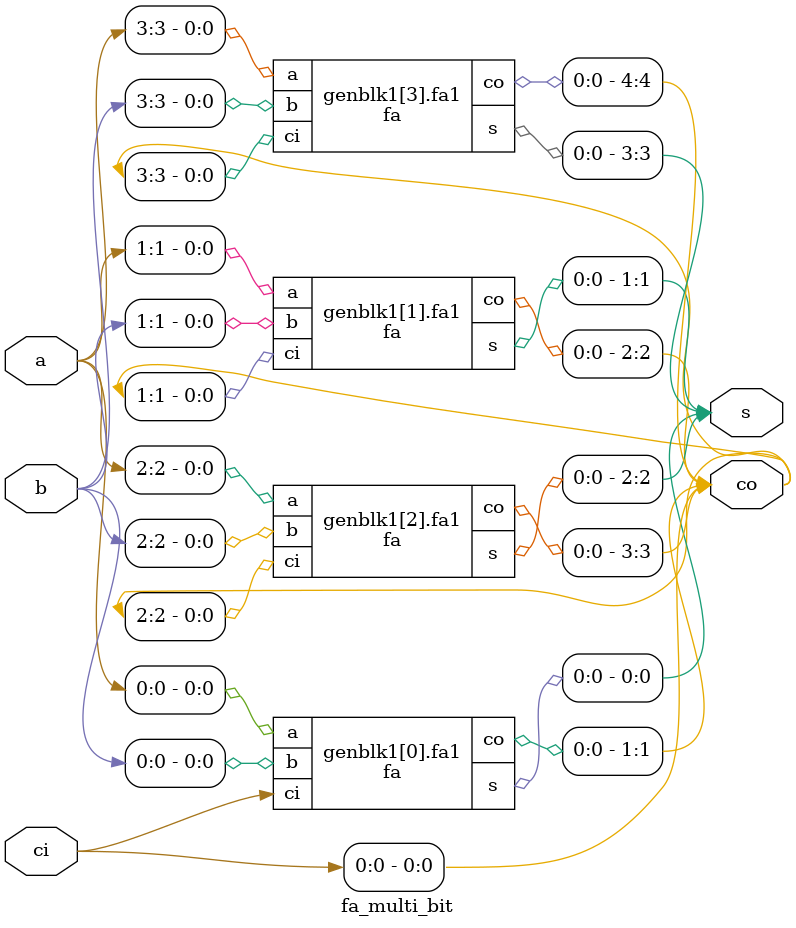
<source format=v>
module fa(a,b,ci,s,co);
	input a,b,ci;
	output s,co;

	assign s=a^b^ci;
	assign co= a&b | b&ci | ci&a;

endmodule

module fa_multi_bit(a,b,ci,s,co);
	parameter SIZE=4;
	input [SIZE-1:0]a,b;
	input ci;
	output [SIZE-1:0]s;
	output [SIZE:0]co;
	assign co[0]=ci;
	
	genvar i;
	
	for(i=0;i<SIZE;i=i+1) begin
		fa fa1 (.a(a[i]),.b(b[i]),.ci(co[i]),.s(s[i]),.co(co[i+1]));
	end
	

endmodule

</source>
